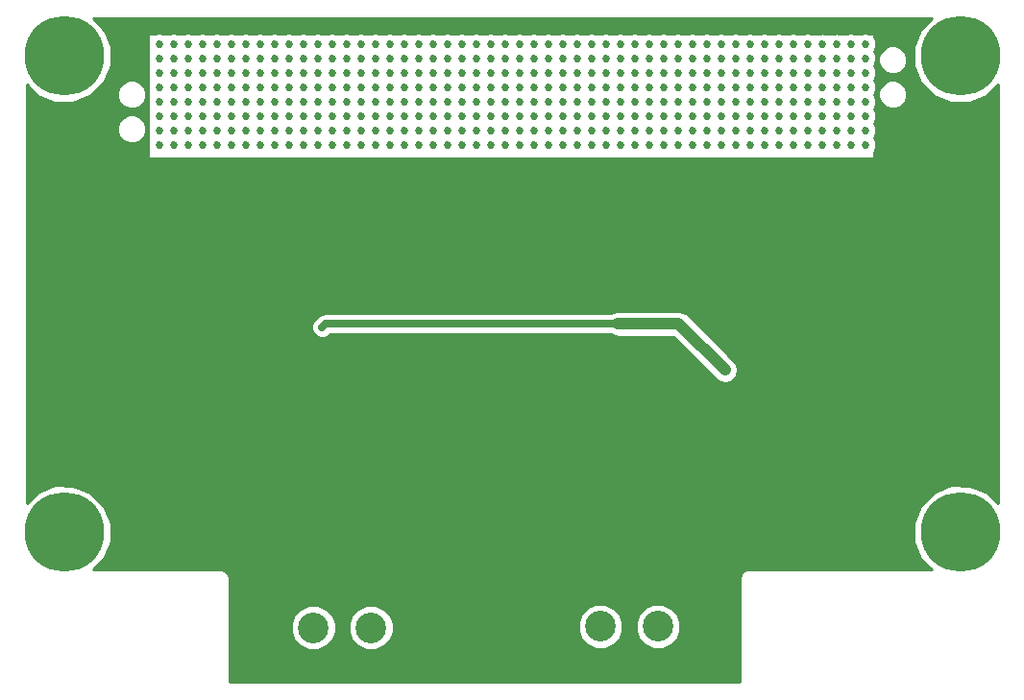
<source format=gbr>
G04 #@! TF.FileFunction,Copper,L2,Bot,Signal*
%FSLAX46Y46*%
G04 Gerber Fmt 4.6, Leading zero omitted, Abs format (unit mm)*
G04 Created by KiCad (PCBNEW 4.0.7) date Sat Jan 13 00:04:00 2018*
%MOMM*%
%LPD*%
G01*
G04 APERTURE LIST*
%ADD10C,0.100000*%
%ADD11C,7.000000*%
%ADD12C,0.640000*%
%ADD13C,2.700000*%
%ADD14C,0.685800*%
%ADD15C,0.635000*%
%ADD16C,1.016000*%
%ADD17C,0.254000*%
G04 APERTURE END LIST*
D10*
D11*
X139500000Y-138600000D03*
X60500000Y-138600000D03*
X139500000Y-96600000D03*
D12*
X68885000Y-104445000D03*
X70155000Y-104445000D03*
X71425000Y-104445000D03*
X72695000Y-104445000D03*
X73965000Y-104445000D03*
X75235000Y-104445000D03*
X76505000Y-104445000D03*
X77775000Y-104445000D03*
X79045000Y-104445000D03*
X80315000Y-104445000D03*
X81585000Y-104445000D03*
X82855000Y-104445000D03*
X84125000Y-104445000D03*
X85395000Y-104445000D03*
X86665000Y-104445000D03*
X87935000Y-104445000D03*
X89205000Y-104445000D03*
X90475000Y-104445000D03*
X91745000Y-104445000D03*
X93015000Y-104445000D03*
X94285000Y-104445000D03*
X95555000Y-104445000D03*
X96825000Y-104445000D03*
X98095000Y-104445000D03*
X99365000Y-104445000D03*
X100635000Y-104445000D03*
X101905000Y-104445000D03*
X103175000Y-104445000D03*
X104445000Y-104445000D03*
X105715000Y-104445000D03*
X106985000Y-104445000D03*
X108255000Y-104445000D03*
X109525000Y-104445000D03*
X110795000Y-104445000D03*
X112065000Y-104445000D03*
X113335000Y-104445000D03*
X114605000Y-104445000D03*
X115875000Y-104445000D03*
X117145000Y-104445000D03*
X118415000Y-104445000D03*
X119685000Y-104445000D03*
X120955000Y-104445000D03*
X122225000Y-104445000D03*
X123495000Y-104445000D03*
X124765000Y-104445000D03*
X126035000Y-104445000D03*
X127305000Y-104445000D03*
X128575000Y-104445000D03*
X129845000Y-104445000D03*
X131115000Y-104445000D03*
X68885000Y-103175000D03*
X70155000Y-103175000D03*
X71425000Y-103175000D03*
X72695000Y-103175000D03*
X73965000Y-103175000D03*
X75235000Y-103175000D03*
X76505000Y-103175000D03*
X77775000Y-103175000D03*
X79045000Y-103175000D03*
X80315000Y-103175000D03*
X81585000Y-103175000D03*
X82855000Y-103175000D03*
X84125000Y-103175000D03*
X85395000Y-103175000D03*
X86665000Y-103175000D03*
X87935000Y-103175000D03*
X89205000Y-103175000D03*
X90475000Y-103175000D03*
X91745000Y-103175000D03*
X93015000Y-103175000D03*
X94285000Y-103175000D03*
X95555000Y-103175000D03*
X96825000Y-103175000D03*
X98095000Y-103175000D03*
X99365000Y-103175000D03*
X100635000Y-103175000D03*
X101905000Y-103175000D03*
X103175000Y-103175000D03*
X104445000Y-103175000D03*
X105715000Y-103175000D03*
X106985000Y-103175000D03*
X108255000Y-103175000D03*
X109525000Y-103175000D03*
X110795000Y-103175000D03*
X112065000Y-103175000D03*
X113335000Y-103175000D03*
X114605000Y-103175000D03*
X115875000Y-103175000D03*
X117145000Y-103175000D03*
X118415000Y-103175000D03*
X119685000Y-103175000D03*
X120955000Y-103175000D03*
X122225000Y-103175000D03*
X123495000Y-103175000D03*
X124765000Y-103175000D03*
X126035000Y-103175000D03*
X127305000Y-103175000D03*
X128575000Y-103175000D03*
X129845000Y-103175000D03*
X131115000Y-103175000D03*
X68885000Y-101905000D03*
X70155000Y-101905000D03*
X71425000Y-101905000D03*
X72695000Y-101905000D03*
X73965000Y-101905000D03*
X75235000Y-101905000D03*
X76505000Y-101905000D03*
X77775000Y-101905000D03*
X79045000Y-101905000D03*
X80315000Y-101905000D03*
X81585000Y-101905000D03*
X82855000Y-101905000D03*
X84125000Y-101905000D03*
X85395000Y-101905000D03*
X86665000Y-101905000D03*
X87935000Y-101905000D03*
X89205000Y-101905000D03*
X90475000Y-101905000D03*
X91745000Y-101905000D03*
X93015000Y-101905000D03*
X94285000Y-101905000D03*
X95555000Y-101905000D03*
X96825000Y-101905000D03*
X98095000Y-101905000D03*
X99365000Y-101905000D03*
X100635000Y-101905000D03*
X101905000Y-101905000D03*
X103175000Y-101905000D03*
X104445000Y-101905000D03*
X105715000Y-101905000D03*
X106985000Y-101905000D03*
X108255000Y-101905000D03*
X109525000Y-101905000D03*
X110795000Y-101905000D03*
X112065000Y-101905000D03*
X113335000Y-101905000D03*
X114605000Y-101905000D03*
X115875000Y-101905000D03*
X117145000Y-101905000D03*
X118415000Y-101905000D03*
X119685000Y-101905000D03*
X120955000Y-101905000D03*
X122225000Y-101905000D03*
X123495000Y-101905000D03*
X124765000Y-101905000D03*
X126035000Y-101905000D03*
X127305000Y-101905000D03*
X128575000Y-101905000D03*
X129845000Y-101905000D03*
X131115000Y-101905000D03*
X68885000Y-100635000D03*
X70155000Y-100635000D03*
X71425000Y-100635000D03*
X72695000Y-100635000D03*
X73965000Y-100635000D03*
X75235000Y-100635000D03*
X76505000Y-100635000D03*
X77775000Y-100635000D03*
X79045000Y-100635000D03*
X80315000Y-100635000D03*
X81585000Y-100635000D03*
X82855000Y-100635000D03*
X84125000Y-100635000D03*
X85395000Y-100635000D03*
X86665000Y-100635000D03*
X87935000Y-100635000D03*
X89205000Y-100635000D03*
X90475000Y-100635000D03*
X91745000Y-100635000D03*
X93015000Y-100635000D03*
X94285000Y-100635000D03*
X95555000Y-100635000D03*
X96825000Y-100635000D03*
X98095000Y-100635000D03*
X99365000Y-100635000D03*
X100635000Y-100635000D03*
X101905000Y-100635000D03*
X103175000Y-100635000D03*
X104445000Y-100635000D03*
X105715000Y-100635000D03*
X106985000Y-100635000D03*
X108255000Y-100635000D03*
X109525000Y-100635000D03*
X110795000Y-100635000D03*
X112065000Y-100635000D03*
X113335000Y-100635000D03*
X114605000Y-100635000D03*
X115875000Y-100635000D03*
X117145000Y-100635000D03*
X118415000Y-100635000D03*
X119685000Y-100635000D03*
X120955000Y-100635000D03*
X122225000Y-100635000D03*
X123495000Y-100635000D03*
X124765000Y-100635000D03*
X126035000Y-100635000D03*
X127305000Y-100635000D03*
X128575000Y-100635000D03*
X129845000Y-100635000D03*
X131115000Y-100635000D03*
X68885000Y-99365000D03*
X70155000Y-99365000D03*
X71425000Y-99365000D03*
X72695000Y-99365000D03*
X73965000Y-99365000D03*
X75235000Y-99365000D03*
X76505000Y-99365000D03*
X77775000Y-99365000D03*
X79045000Y-99365000D03*
X80315000Y-99365000D03*
X81585000Y-99365000D03*
X82855000Y-99365000D03*
X84125000Y-99365000D03*
X85395000Y-99365000D03*
X86665000Y-99365000D03*
X87935000Y-99365000D03*
X89205000Y-99365000D03*
X90475000Y-99365000D03*
X91745000Y-99365000D03*
X93015000Y-99365000D03*
X94285000Y-99365000D03*
X95555000Y-99365000D03*
X96825000Y-99365000D03*
X98095000Y-99365000D03*
X99365000Y-99365000D03*
X100635000Y-99365000D03*
X101905000Y-99365000D03*
X103175000Y-99365000D03*
X104445000Y-99365000D03*
X105715000Y-99365000D03*
X106985000Y-99365000D03*
X108255000Y-99365000D03*
X109525000Y-99365000D03*
X110795000Y-99365000D03*
X112065000Y-99365000D03*
X113335000Y-99365000D03*
X114605000Y-99365000D03*
X115875000Y-99365000D03*
X117145000Y-99365000D03*
X118415000Y-99365000D03*
X119685000Y-99365000D03*
X120955000Y-99365000D03*
X122225000Y-99365000D03*
X123495000Y-99365000D03*
X124765000Y-99365000D03*
X126035000Y-99365000D03*
X127305000Y-99365000D03*
X128575000Y-99365000D03*
X129845000Y-99365000D03*
X131115000Y-99365000D03*
X68885000Y-98095000D03*
X70155000Y-98095000D03*
X71425000Y-98095000D03*
X72695000Y-98095000D03*
X73965000Y-98095000D03*
X75235000Y-98095000D03*
X76505000Y-98095000D03*
X77775000Y-98095000D03*
X79045000Y-98095000D03*
X80315000Y-98095000D03*
X81585000Y-98095000D03*
X82855000Y-98095000D03*
X84125000Y-98095000D03*
X85395000Y-98095000D03*
X86665000Y-98095000D03*
X87935000Y-98095000D03*
X89205000Y-98095000D03*
X90475000Y-98095000D03*
X91745000Y-98095000D03*
X93015000Y-98095000D03*
X94285000Y-98095000D03*
X95555000Y-98095000D03*
X96825000Y-98095000D03*
X98095000Y-98095000D03*
X99365000Y-98095000D03*
X100635000Y-98095000D03*
X101905000Y-98095000D03*
X103175000Y-98095000D03*
X104445000Y-98095000D03*
X105715000Y-98095000D03*
X106985000Y-98095000D03*
X108255000Y-98095000D03*
X109525000Y-98095000D03*
X110795000Y-98095000D03*
X112065000Y-98095000D03*
X113335000Y-98095000D03*
X114605000Y-98095000D03*
X115875000Y-98095000D03*
X117145000Y-98095000D03*
X118415000Y-98095000D03*
X119685000Y-98095000D03*
X120955000Y-98095000D03*
X122225000Y-98095000D03*
X123495000Y-98095000D03*
X124765000Y-98095000D03*
X126035000Y-98095000D03*
X127305000Y-98095000D03*
X128575000Y-98095000D03*
X129845000Y-98095000D03*
X131115000Y-98095000D03*
X68885000Y-96825000D03*
X70155000Y-96825000D03*
X71425000Y-96825000D03*
X72695000Y-96825000D03*
X73965000Y-96825000D03*
X75235000Y-96825000D03*
X76505000Y-96825000D03*
X77775000Y-96825000D03*
X79045000Y-96825000D03*
X80315000Y-96825000D03*
X81585000Y-96825000D03*
X82855000Y-96825000D03*
X84125000Y-96825000D03*
X85395000Y-96825000D03*
X86665000Y-96825000D03*
X87935000Y-96825000D03*
X89205000Y-96825000D03*
X90475000Y-96825000D03*
X91745000Y-96825000D03*
X93015000Y-96825000D03*
X94285000Y-96825000D03*
X95555000Y-96825000D03*
X96825000Y-96825000D03*
X98095000Y-96825000D03*
X99365000Y-96825000D03*
X100635000Y-96825000D03*
X101905000Y-96825000D03*
X103175000Y-96825000D03*
X104445000Y-96825000D03*
X105715000Y-96825000D03*
X106985000Y-96825000D03*
X108255000Y-96825000D03*
X109525000Y-96825000D03*
X110795000Y-96825000D03*
X112065000Y-96825000D03*
X113335000Y-96825000D03*
X114605000Y-96825000D03*
X115875000Y-96825000D03*
X117145000Y-96825000D03*
X118415000Y-96825000D03*
X119685000Y-96825000D03*
X120955000Y-96825000D03*
X122225000Y-96825000D03*
X123495000Y-96825000D03*
X124765000Y-96825000D03*
X126035000Y-96825000D03*
X127305000Y-96825000D03*
X128575000Y-96825000D03*
X129845000Y-96825000D03*
X131115000Y-96825000D03*
X68885000Y-95555000D03*
X70155000Y-95555000D03*
X71425000Y-95555000D03*
X72695000Y-95555000D03*
X73965000Y-95555000D03*
X75235000Y-95555000D03*
X76505000Y-95555000D03*
X77775000Y-95555000D03*
X79045000Y-95555000D03*
X80315000Y-95555000D03*
X81585000Y-95555000D03*
X82855000Y-95555000D03*
X84125000Y-95555000D03*
X85395000Y-95555000D03*
X86665000Y-95555000D03*
X87935000Y-95555000D03*
X89205000Y-95555000D03*
X90475000Y-95555000D03*
X91745000Y-95555000D03*
X93015000Y-95555000D03*
X94285000Y-95555000D03*
X95555000Y-95555000D03*
X96825000Y-95555000D03*
X98095000Y-95555000D03*
X99365000Y-95555000D03*
X100635000Y-95555000D03*
X101905000Y-95555000D03*
X103175000Y-95555000D03*
X104445000Y-95555000D03*
X105715000Y-95555000D03*
X106985000Y-95555000D03*
X108255000Y-95555000D03*
X109525000Y-95555000D03*
X110795000Y-95555000D03*
X112065000Y-95555000D03*
X113335000Y-95555000D03*
X114605000Y-95555000D03*
X115875000Y-95555000D03*
X117145000Y-95555000D03*
X118415000Y-95555000D03*
X119685000Y-95555000D03*
X120955000Y-95555000D03*
X122225000Y-95555000D03*
X123495000Y-95555000D03*
X124765000Y-95555000D03*
X126035000Y-95555000D03*
X127305000Y-95555000D03*
X128575000Y-95555000D03*
X129845000Y-95555000D03*
X131115000Y-95555000D03*
D13*
X87540000Y-147000000D03*
X82460000Y-147000000D03*
X112850000Y-146900000D03*
X107770000Y-146900000D03*
D11*
X60500000Y-96600000D03*
D14*
X68885000Y-95555000D03*
X70155000Y-95555000D03*
X71425000Y-95555000D03*
X72695000Y-95555000D03*
X73965000Y-95555000D03*
X75235000Y-95555000D03*
X76505000Y-95555000D03*
X79045000Y-95555000D03*
X80315000Y-95555000D03*
X82855000Y-95555000D03*
X84125000Y-95555000D03*
X86665000Y-95555000D03*
X87935000Y-95555000D03*
X89205000Y-95555000D03*
X90475000Y-95555000D03*
X91745000Y-95555000D03*
X93015000Y-95555000D03*
X94285000Y-95555000D03*
X95555000Y-95555000D03*
X98095000Y-95555000D03*
X99365000Y-95555000D03*
X100635000Y-95555000D03*
X101905000Y-95555000D03*
X103175000Y-95555000D03*
X104445000Y-95555000D03*
X105715000Y-95555000D03*
X106985000Y-95555000D03*
X108255000Y-95555000D03*
X109525000Y-95555000D03*
X110795000Y-95555000D03*
X112065000Y-95555000D03*
X113335000Y-95555000D03*
X114605000Y-95555000D03*
X115875000Y-95555000D03*
X117145000Y-95555000D03*
X118415000Y-95555000D03*
X119685000Y-95555000D03*
X120955000Y-95555000D03*
X122225000Y-95555000D03*
X123495000Y-95555000D03*
X124765000Y-95555000D03*
X126035000Y-95555000D03*
X68885000Y-96825000D03*
X70155000Y-96825000D03*
X71425000Y-96825000D03*
X73965000Y-96825000D03*
X75235000Y-96825000D03*
X77775000Y-96825000D03*
X79045000Y-96825000D03*
X81585000Y-96825000D03*
X82855000Y-96825000D03*
X85395000Y-96825000D03*
X86665000Y-96825000D03*
X87935000Y-96825000D03*
X89205000Y-96825000D03*
X90475000Y-96825000D03*
X91745000Y-96825000D03*
X94285000Y-96825000D03*
X95555000Y-96825000D03*
X96825000Y-96825000D03*
X98095000Y-96825000D03*
X99365000Y-96825000D03*
X100635000Y-96825000D03*
X101905000Y-96825000D03*
X103175000Y-96825000D03*
X104445000Y-96825000D03*
X105715000Y-96825000D03*
X106985000Y-96825000D03*
X108255000Y-96825000D03*
X109525000Y-96825000D03*
X110795000Y-96825000D03*
X112065000Y-96825000D03*
X113335000Y-96825000D03*
X115875000Y-96825000D03*
X117145000Y-96825000D03*
X118415000Y-96825000D03*
X119685000Y-96825000D03*
X120955000Y-96825000D03*
X122225000Y-96825000D03*
X123495000Y-96825000D03*
X124765000Y-96825000D03*
X126035000Y-96825000D03*
X68885000Y-98095000D03*
X70155000Y-98095000D03*
X71425000Y-98095000D03*
X72695000Y-98095000D03*
X73965000Y-98095000D03*
X76505000Y-98095000D03*
X77775000Y-98095000D03*
X80315000Y-98095000D03*
X81585000Y-98095000D03*
X84125000Y-98095000D03*
X85395000Y-98095000D03*
X87935000Y-98095000D03*
X89205000Y-98095000D03*
X91745000Y-98095000D03*
X93015000Y-98095000D03*
X95555000Y-98095000D03*
X96825000Y-98095000D03*
X99365000Y-98095000D03*
X100635000Y-98095000D03*
X103175000Y-98095000D03*
X104445000Y-98095000D03*
X106985000Y-98095000D03*
X108255000Y-98095000D03*
X110795000Y-98072091D03*
X112065000Y-98095000D03*
X113335000Y-98095000D03*
X114605000Y-98095000D03*
X115875000Y-98095000D03*
X117145000Y-98095000D03*
X118415000Y-98095000D03*
X119685000Y-98095000D03*
X120955000Y-98095000D03*
X122225000Y-98095000D03*
X123495000Y-98095000D03*
X124765000Y-98095000D03*
X126035000Y-98095000D03*
X68885000Y-99365000D03*
X70155000Y-99365000D03*
X71425000Y-99365000D03*
X72695000Y-99365000D03*
X73965000Y-99365000D03*
X75235000Y-99365000D03*
X77775000Y-99365000D03*
X79045000Y-99365000D03*
X81585000Y-99365000D03*
X82855000Y-99365000D03*
X85395000Y-99365000D03*
X86665000Y-99365000D03*
X89205000Y-99365000D03*
X90475000Y-99365000D03*
X93015000Y-99365000D03*
X94285000Y-99365000D03*
X96825000Y-99365000D03*
X98095000Y-99365000D03*
X100635000Y-99365000D03*
X101905000Y-99365000D03*
X104445000Y-99365000D03*
X105715000Y-99365000D03*
X112087909Y-99365000D03*
X113335000Y-99365000D03*
X114605000Y-99365000D03*
X115875000Y-99365000D03*
X117145000Y-99365000D03*
X118415000Y-99365000D03*
X119685000Y-99365000D03*
X120955000Y-99365000D03*
X122225000Y-99365000D03*
X123495000Y-99365000D03*
X124765000Y-99365000D03*
X126035000Y-99365000D03*
X127305000Y-99365000D03*
X128575000Y-99365000D03*
X129845000Y-99365000D03*
X131115000Y-99365000D03*
X68885000Y-100635000D03*
X70155000Y-100635000D03*
X71425000Y-100635000D03*
X72695000Y-100635000D03*
X75235000Y-100635000D03*
X76505000Y-100635000D03*
X79045000Y-100635000D03*
X80315000Y-100635000D03*
X82855000Y-100635000D03*
X84125000Y-100635000D03*
X86665000Y-100635000D03*
X87935000Y-100635000D03*
X90475000Y-100635000D03*
X91745000Y-100635000D03*
X94285000Y-100635000D03*
X95555000Y-100635000D03*
X98095000Y-100635000D03*
X99365000Y-100635000D03*
X101905000Y-100635000D03*
X103175000Y-100635000D03*
X105715000Y-100635000D03*
X106962091Y-100635000D03*
X109525000Y-100635000D03*
X110777690Y-100641837D03*
X112087909Y-100635000D03*
X113335000Y-100635000D03*
X114605000Y-100635000D03*
X115875000Y-100635000D03*
X117145000Y-100635000D03*
X118415000Y-100635000D03*
X119685000Y-100635000D03*
X120955000Y-100635000D03*
X122225000Y-100635000D03*
X123495000Y-100635000D03*
X124765000Y-100635000D03*
X126035000Y-100635000D03*
X127305000Y-100635000D03*
X128575000Y-100635000D03*
X129845000Y-100635000D03*
X131115000Y-100635000D03*
X68885000Y-101905000D03*
X71425000Y-101905000D03*
X72695000Y-101905000D03*
X73965000Y-101905000D03*
X76505000Y-101905000D03*
X77775000Y-101905000D03*
X80315000Y-101905000D03*
X81585000Y-101905000D03*
X84125000Y-101905000D03*
X85395000Y-101905000D03*
X87935000Y-101905000D03*
X89205000Y-101905000D03*
X91745000Y-101905000D03*
X93015000Y-101905000D03*
X95555000Y-101905000D03*
X96825000Y-101905000D03*
X99365000Y-101905000D03*
X100635000Y-101905000D03*
X103175000Y-101905000D03*
X104445000Y-101905000D03*
X106962091Y-101905000D03*
X108272310Y-101905000D03*
X109525000Y-101905000D03*
X110777690Y-101910130D03*
X112087909Y-101905000D03*
X114605000Y-101905000D03*
X115875000Y-101905000D03*
X117145000Y-101905000D03*
X118415000Y-101905000D03*
X120955000Y-101905000D03*
X122225000Y-101905000D03*
X123495000Y-101905000D03*
X124765000Y-101905000D03*
X126035000Y-101905000D03*
X127305000Y-101905000D03*
X128575000Y-101905000D03*
X129845000Y-101905000D03*
X131115000Y-101905000D03*
X70155000Y-103175000D03*
X71425000Y-103175000D03*
X73965000Y-103175000D03*
X75235000Y-103175000D03*
X77775000Y-103175000D03*
X79045000Y-103175000D03*
X81585000Y-103175000D03*
X82855000Y-103175000D03*
X85395000Y-103175000D03*
X86665000Y-103175000D03*
X89205000Y-103175000D03*
X90475000Y-103175000D03*
X93015000Y-103175000D03*
X94285000Y-103175000D03*
X96825000Y-103175000D03*
X98095000Y-103175000D03*
X100635000Y-103175000D03*
X101905000Y-103175000D03*
X104445000Y-103175000D03*
X105715000Y-103175000D03*
X108272310Y-103175000D03*
X109525000Y-103175000D03*
X112087909Y-103175000D03*
X113335000Y-103175000D03*
X114605000Y-103175000D03*
X115875000Y-103175000D03*
X117145000Y-103175000D03*
X118415000Y-103175000D03*
X119685000Y-103175000D03*
X120955000Y-103175000D03*
X122225000Y-103175000D03*
X123495000Y-103175000D03*
X124765000Y-103175000D03*
X126035000Y-103175000D03*
X127305000Y-103175000D03*
X129845000Y-103175000D03*
X131115000Y-103175000D03*
X68885000Y-104445000D03*
X71425000Y-104445000D03*
X72695000Y-104445000D03*
X75235000Y-104445000D03*
X76505000Y-104445000D03*
X79045000Y-104445000D03*
X80315000Y-104445000D03*
X82855000Y-104445000D03*
X84125000Y-104445000D03*
X86665000Y-104445000D03*
X87935000Y-104445000D03*
X90475000Y-104445000D03*
X91745000Y-104445000D03*
X94285000Y-104445000D03*
X95555000Y-104445000D03*
X98095000Y-104445000D03*
X99365000Y-104445000D03*
X101905000Y-104445000D03*
X103175000Y-104445000D03*
X105715000Y-104445000D03*
X106962091Y-104445000D03*
X109525000Y-104445000D03*
X110777690Y-104451732D03*
X112087909Y-104445000D03*
X113335000Y-104445000D03*
X114605000Y-104445000D03*
X115875000Y-104445000D03*
X117145000Y-104445000D03*
X118415000Y-104445000D03*
X119685000Y-104445000D03*
X120955000Y-104445000D03*
X122225000Y-104445000D03*
X123495000Y-104445000D03*
X124765000Y-104445000D03*
X126035000Y-104445000D03*
X127305000Y-104445000D03*
X128575000Y-104445000D03*
X129845000Y-104445000D03*
X131115000Y-104445000D03*
X100850000Y-128050000D03*
X100800000Y-130450000D03*
X136646240Y-120185180D03*
X129700000Y-125450000D03*
X127305000Y-96825000D03*
X128575000Y-96825000D03*
X127305000Y-95555000D03*
X128575000Y-95555000D03*
X127305000Y-98095000D03*
X128575000Y-98095000D03*
X83250000Y-120500000D03*
X109300000Y-120200000D03*
X118750000Y-124300000D03*
X108255000Y-99365000D03*
X109525000Y-99365000D03*
X129845000Y-96825000D03*
X131115000Y-96825000D03*
X129845000Y-98095000D03*
X131115000Y-98095000D03*
X129845000Y-95555000D03*
X131115000Y-95555000D03*
X109525000Y-98095000D03*
X110777690Y-99365424D03*
X77775000Y-95555000D03*
X81585000Y-95555000D03*
X85395000Y-95555000D03*
X96825000Y-95555000D03*
X72695000Y-96825000D03*
X76505000Y-96825000D03*
X80315000Y-96825000D03*
X84125000Y-96825000D03*
X93015000Y-96825000D03*
X114605000Y-96825000D03*
X75235000Y-98095000D03*
X79045000Y-98095000D03*
X82855000Y-98095000D03*
X86665000Y-98095000D03*
X90475000Y-98095000D03*
X94285000Y-98095000D03*
X98095000Y-98095000D03*
X101905000Y-98095000D03*
X105715000Y-98095000D03*
X76505000Y-99365000D03*
X80315000Y-99365000D03*
X84125000Y-99365000D03*
X87935000Y-99365000D03*
X91745000Y-99365000D03*
X95555000Y-99365000D03*
X99365000Y-99365000D03*
X103175000Y-99365000D03*
X106985000Y-99365000D03*
X73965000Y-100635000D03*
X77775000Y-100635000D03*
X81585000Y-100635000D03*
X85395000Y-100635000D03*
X89205000Y-100635000D03*
X93015000Y-100635000D03*
X96825000Y-100635000D03*
X100635000Y-100635000D03*
X104445000Y-100635000D03*
X108232091Y-100635000D03*
X70155000Y-101905000D03*
X75235000Y-101905000D03*
X79045000Y-101905000D03*
X82855000Y-101905000D03*
X86665000Y-101905000D03*
X90475000Y-101905000D03*
X94285000Y-101905000D03*
X98095000Y-101905000D03*
X101905000Y-101905000D03*
X105715000Y-101905000D03*
X113335000Y-101905000D03*
X119685000Y-101905000D03*
X68885000Y-103175000D03*
X72695000Y-103175000D03*
X76505000Y-103175000D03*
X80315000Y-103175000D03*
X84125000Y-103175000D03*
X87935000Y-103175000D03*
X91745000Y-103175000D03*
X95555000Y-103175000D03*
X99365000Y-103175000D03*
X103175000Y-103175000D03*
X106962091Y-103175000D03*
X110777690Y-103179042D03*
X128575000Y-103175000D03*
X70155000Y-104445000D03*
X73965000Y-104445000D03*
X77775000Y-104445000D03*
X81585000Y-104445000D03*
X85395000Y-104445000D03*
X89205000Y-104445000D03*
X93015000Y-104445000D03*
X96825000Y-104445000D03*
X100635000Y-104445000D03*
X104445000Y-104445000D03*
X108272310Y-104445000D03*
D15*
X100800000Y-130450000D02*
X100800000Y-128100000D01*
X100800000Y-128100000D02*
X100850000Y-128050000D01*
D16*
X129700000Y-125450000D02*
X131381420Y-125450000D01*
X131381420Y-125450000D02*
X136646240Y-120185180D01*
D15*
X109300000Y-120200000D02*
X83550000Y-120200000D01*
X83550000Y-120200000D02*
X83250000Y-120500000D01*
D16*
X118750000Y-124300000D02*
X114650000Y-120200000D01*
X114650000Y-120200000D02*
X109300000Y-120200000D01*
D17*
G36*
X135996562Y-94254653D02*
X135365720Y-95773889D01*
X135364284Y-97418894D01*
X135992474Y-98939229D01*
X137154653Y-100103438D01*
X138673889Y-100734280D01*
X140318894Y-100735716D01*
X141839229Y-100107526D01*
X142790000Y-99158413D01*
X142790000Y-136042865D01*
X141845347Y-135096562D01*
X140326111Y-134465720D01*
X138681106Y-134464284D01*
X137160771Y-135092474D01*
X135996562Y-136254653D01*
X135365720Y-137773889D01*
X135364284Y-139418894D01*
X135992474Y-140939229D01*
X136941587Y-141890000D01*
X120750000Y-141890000D01*
X120478295Y-141944046D01*
X120247954Y-142097954D01*
X120094046Y-142328295D01*
X120040000Y-142600000D01*
X120040000Y-151790000D01*
X75060000Y-151790000D01*
X75060000Y-147393109D01*
X80474657Y-147393109D01*
X80776218Y-148122943D01*
X81334120Y-148681819D01*
X82063427Y-148984654D01*
X82853109Y-148985343D01*
X83582943Y-148683782D01*
X84141819Y-148125880D01*
X84444654Y-147396573D01*
X84444657Y-147393109D01*
X85554657Y-147393109D01*
X85856218Y-148122943D01*
X86414120Y-148681819D01*
X87143427Y-148984654D01*
X87933109Y-148985343D01*
X88662943Y-148683782D01*
X89221819Y-148125880D01*
X89524654Y-147396573D01*
X89524744Y-147293109D01*
X105784657Y-147293109D01*
X106086218Y-148022943D01*
X106644120Y-148581819D01*
X107373427Y-148884654D01*
X108163109Y-148885343D01*
X108892943Y-148583782D01*
X109451819Y-148025880D01*
X109754654Y-147296573D01*
X109754657Y-147293109D01*
X110864657Y-147293109D01*
X111166218Y-148022943D01*
X111724120Y-148581819D01*
X112453427Y-148884654D01*
X113243109Y-148885343D01*
X113972943Y-148583782D01*
X114531819Y-148025880D01*
X114834654Y-147296573D01*
X114835343Y-146506891D01*
X114533782Y-145777057D01*
X113975880Y-145218181D01*
X113246573Y-144915346D01*
X112456891Y-144914657D01*
X111727057Y-145216218D01*
X111168181Y-145774120D01*
X110865346Y-146503427D01*
X110864657Y-147293109D01*
X109754657Y-147293109D01*
X109755343Y-146506891D01*
X109453782Y-145777057D01*
X108895880Y-145218181D01*
X108166573Y-144915346D01*
X107376891Y-144914657D01*
X106647057Y-145216218D01*
X106088181Y-145774120D01*
X105785346Y-146503427D01*
X105784657Y-147293109D01*
X89524744Y-147293109D01*
X89525343Y-146606891D01*
X89223782Y-145877057D01*
X88665880Y-145318181D01*
X87936573Y-145015346D01*
X87146891Y-145014657D01*
X86417057Y-145316218D01*
X85858181Y-145874120D01*
X85555346Y-146603427D01*
X85554657Y-147393109D01*
X84444657Y-147393109D01*
X84445343Y-146606891D01*
X84143782Y-145877057D01*
X83585880Y-145318181D01*
X82856573Y-145015346D01*
X82066891Y-145014657D01*
X81337057Y-145316218D01*
X80778181Y-145874120D01*
X80475346Y-146603427D01*
X80474657Y-147393109D01*
X75060000Y-147393109D01*
X75060000Y-142600000D01*
X75005954Y-142328295D01*
X74852046Y-142097954D01*
X74621705Y-141944046D01*
X74350000Y-141890000D01*
X63057135Y-141890000D01*
X64003438Y-140945347D01*
X64634280Y-139426111D01*
X64635716Y-137781106D01*
X64007526Y-136260771D01*
X62845347Y-135096562D01*
X61326111Y-134465720D01*
X59681106Y-134464284D01*
X58160771Y-135092474D01*
X57210000Y-136041587D01*
X57210000Y-120693663D01*
X82271931Y-120693663D01*
X82420493Y-121053212D01*
X82695341Y-121328540D01*
X83054630Y-121477730D01*
X83443663Y-121478069D01*
X83803212Y-121329507D01*
X83980528Y-121152500D01*
X108707703Y-121152500D01*
X108862593Y-121255994D01*
X109300000Y-121343000D01*
X114176554Y-121343000D01*
X117941777Y-125108223D01*
X118312593Y-125355994D01*
X118750000Y-125443000D01*
X119187407Y-125355994D01*
X119558223Y-125108223D01*
X119805994Y-124737407D01*
X119893000Y-124300000D01*
X119805994Y-123862593D01*
X119558223Y-123491777D01*
X115458223Y-119391777D01*
X115087407Y-119144006D01*
X114650000Y-119057000D01*
X109300000Y-119057000D01*
X108862593Y-119144006D01*
X108707703Y-119247500D01*
X83550000Y-119247500D01*
X83185494Y-119320005D01*
X82876481Y-119526481D01*
X82757593Y-119645369D01*
X82696788Y-119670493D01*
X82421460Y-119945341D01*
X82272270Y-120304630D01*
X82271931Y-120693663D01*
X57210000Y-120693663D01*
X57210000Y-103301510D01*
X65188780Y-103301510D01*
X65381718Y-103768458D01*
X65738663Y-104126026D01*
X66205273Y-104319779D01*
X66710510Y-104320220D01*
X67177458Y-104127282D01*
X67535026Y-103770337D01*
X67728779Y-103303727D01*
X67729220Y-102798490D01*
X67536282Y-102331542D01*
X67179337Y-101973974D01*
X66712727Y-101780221D01*
X66207490Y-101779780D01*
X65740542Y-101972718D01*
X65382974Y-102329663D01*
X65189221Y-102796273D01*
X65188780Y-103301510D01*
X57210000Y-103301510D01*
X57210000Y-99157135D01*
X58154653Y-100103438D01*
X59673889Y-100734280D01*
X61318894Y-100735716D01*
X62490761Y-100251510D01*
X65188780Y-100251510D01*
X65381718Y-100718458D01*
X65738663Y-101076026D01*
X66205273Y-101269779D01*
X66710510Y-101270220D01*
X67177458Y-101077282D01*
X67535026Y-100720337D01*
X67728779Y-100253727D01*
X67729220Y-99748490D01*
X67536282Y-99281542D01*
X67179337Y-98923974D01*
X66712727Y-98730221D01*
X66207490Y-98729780D01*
X65740542Y-98922718D01*
X65382974Y-99279663D01*
X65189221Y-99746273D01*
X65188780Y-100251510D01*
X62490761Y-100251510D01*
X62839229Y-100107526D01*
X64003438Y-98945347D01*
X64634280Y-97426111D01*
X64635716Y-95781106D01*
X64209672Y-94750000D01*
X67873000Y-94750000D01*
X67873000Y-105500000D01*
X67881685Y-105546159D01*
X67908965Y-105588553D01*
X67950590Y-105616994D01*
X68000000Y-105627000D01*
X131750000Y-105627000D01*
X131796159Y-105618315D01*
X131838553Y-105591035D01*
X131866994Y-105549410D01*
X131877000Y-105500000D01*
X131877000Y-105066083D01*
X131943540Y-104999659D01*
X132092730Y-104640370D01*
X132093069Y-104251337D01*
X131944507Y-103891788D01*
X131877000Y-103824163D01*
X131877000Y-103796083D01*
X131943540Y-103729659D01*
X132092730Y-103370370D01*
X132093069Y-102981337D01*
X131944507Y-102621788D01*
X131877000Y-102554163D01*
X131877000Y-102526083D01*
X131943540Y-102459659D01*
X132092730Y-102100370D01*
X132093069Y-101711337D01*
X131944507Y-101351788D01*
X131877000Y-101284163D01*
X131877000Y-101256083D01*
X131943540Y-101189659D01*
X132092730Y-100830370D01*
X132093069Y-100441337D01*
X132014635Y-100251510D01*
X132268780Y-100251510D01*
X132461718Y-100718458D01*
X132818663Y-101076026D01*
X133285273Y-101269779D01*
X133790510Y-101270220D01*
X134257458Y-101077282D01*
X134615026Y-100720337D01*
X134808779Y-100253727D01*
X134809220Y-99748490D01*
X134616282Y-99281542D01*
X134259337Y-98923974D01*
X133792727Y-98730221D01*
X133287490Y-98729780D01*
X132820542Y-98922718D01*
X132462974Y-99279663D01*
X132269221Y-99746273D01*
X132268780Y-100251510D01*
X132014635Y-100251510D01*
X131944507Y-100081788D01*
X131877000Y-100014163D01*
X131877000Y-99986083D01*
X131943540Y-99919659D01*
X132092730Y-99560370D01*
X132093069Y-99171337D01*
X131944507Y-98811788D01*
X131877000Y-98744163D01*
X131877000Y-98716083D01*
X131943540Y-98649659D01*
X132092730Y-98290370D01*
X132093069Y-97901337D01*
X131944507Y-97541788D01*
X131877000Y-97474163D01*
X131877000Y-97446083D01*
X131943540Y-97379659D01*
X132017514Y-97201510D01*
X132268780Y-97201510D01*
X132461718Y-97668458D01*
X132818663Y-98026026D01*
X133285273Y-98219779D01*
X133790510Y-98220220D01*
X134257458Y-98027282D01*
X134615026Y-97670337D01*
X134808779Y-97203727D01*
X134809220Y-96698490D01*
X134616282Y-96231542D01*
X134259337Y-95873974D01*
X133792727Y-95680221D01*
X133287490Y-95679780D01*
X132820542Y-95872718D01*
X132462974Y-96229663D01*
X132269221Y-96696273D01*
X132268780Y-97201510D01*
X132017514Y-97201510D01*
X132092730Y-97020370D01*
X132093069Y-96631337D01*
X131944507Y-96271788D01*
X131877000Y-96204163D01*
X131877000Y-96176083D01*
X131943540Y-96109659D01*
X132092730Y-95750370D01*
X132093069Y-95361337D01*
X131944507Y-95001788D01*
X131877000Y-94934163D01*
X131877000Y-94750000D01*
X131868315Y-94703841D01*
X131841035Y-94661447D01*
X131799410Y-94633006D01*
X131750000Y-94623000D01*
X131420500Y-94623000D01*
X131310370Y-94577270D01*
X130921337Y-94576931D01*
X130809841Y-94623000D01*
X130150500Y-94623000D01*
X130040370Y-94577270D01*
X129651337Y-94576931D01*
X129539841Y-94623000D01*
X128793949Y-94623000D01*
X128676875Y-94586635D01*
X128298542Y-94621362D01*
X128294587Y-94623000D01*
X127523949Y-94623000D01*
X127406875Y-94586635D01*
X127028542Y-94621362D01*
X127024587Y-94623000D01*
X126340500Y-94623000D01*
X126230370Y-94577270D01*
X125841337Y-94576931D01*
X125729841Y-94623000D01*
X125070500Y-94623000D01*
X124960370Y-94577270D01*
X124571337Y-94576931D01*
X124459841Y-94623000D01*
X123800500Y-94623000D01*
X123690370Y-94577270D01*
X123301337Y-94576931D01*
X123189841Y-94623000D01*
X122530500Y-94623000D01*
X122420370Y-94577270D01*
X122031337Y-94576931D01*
X121919841Y-94623000D01*
X121260500Y-94623000D01*
X121150370Y-94577270D01*
X120761337Y-94576931D01*
X120649841Y-94623000D01*
X119990500Y-94623000D01*
X119880370Y-94577270D01*
X119491337Y-94576931D01*
X119379841Y-94623000D01*
X118720500Y-94623000D01*
X118610370Y-94577270D01*
X118221337Y-94576931D01*
X118109841Y-94623000D01*
X117450500Y-94623000D01*
X117340370Y-94577270D01*
X116951337Y-94576931D01*
X116839841Y-94623000D01*
X116180500Y-94623000D01*
X116070370Y-94577270D01*
X115681337Y-94576931D01*
X115569841Y-94623000D01*
X114910500Y-94623000D01*
X114800370Y-94577270D01*
X114411337Y-94576931D01*
X114299841Y-94623000D01*
X113640500Y-94623000D01*
X113530370Y-94577270D01*
X113141337Y-94576931D01*
X113029841Y-94623000D01*
X112370500Y-94623000D01*
X112260370Y-94577270D01*
X111871337Y-94576931D01*
X111759841Y-94623000D01*
X111100500Y-94623000D01*
X110990370Y-94577270D01*
X110601337Y-94576931D01*
X110489841Y-94623000D01*
X109830500Y-94623000D01*
X109720370Y-94577270D01*
X109331337Y-94576931D01*
X109219841Y-94623000D01*
X108560500Y-94623000D01*
X108450370Y-94577270D01*
X108061337Y-94576931D01*
X107949841Y-94623000D01*
X107290500Y-94623000D01*
X107180370Y-94577270D01*
X106791337Y-94576931D01*
X106679841Y-94623000D01*
X106020500Y-94623000D01*
X105910370Y-94577270D01*
X105521337Y-94576931D01*
X105409841Y-94623000D01*
X104750500Y-94623000D01*
X104640370Y-94577270D01*
X104251337Y-94576931D01*
X104139841Y-94623000D01*
X103480500Y-94623000D01*
X103370370Y-94577270D01*
X102981337Y-94576931D01*
X102869841Y-94623000D01*
X102210500Y-94623000D01*
X102100370Y-94577270D01*
X101711337Y-94576931D01*
X101599841Y-94623000D01*
X100940500Y-94623000D01*
X100830370Y-94577270D01*
X100441337Y-94576931D01*
X100329841Y-94623000D01*
X99670500Y-94623000D01*
X99560370Y-94577270D01*
X99171337Y-94576931D01*
X99059841Y-94623000D01*
X98400500Y-94623000D01*
X98290370Y-94577270D01*
X97901337Y-94576931D01*
X97789841Y-94623000D01*
X97130500Y-94623000D01*
X97020370Y-94577270D01*
X96631337Y-94576931D01*
X96519841Y-94623000D01*
X95860500Y-94623000D01*
X95750370Y-94577270D01*
X95361337Y-94576931D01*
X95249841Y-94623000D01*
X94590500Y-94623000D01*
X94480370Y-94577270D01*
X94091337Y-94576931D01*
X93979841Y-94623000D01*
X93320500Y-94623000D01*
X93210370Y-94577270D01*
X92821337Y-94576931D01*
X92709841Y-94623000D01*
X92050500Y-94623000D01*
X91940370Y-94577270D01*
X91551337Y-94576931D01*
X91439841Y-94623000D01*
X90780500Y-94623000D01*
X90670370Y-94577270D01*
X90281337Y-94576931D01*
X90169841Y-94623000D01*
X89510500Y-94623000D01*
X89400370Y-94577270D01*
X89011337Y-94576931D01*
X88899841Y-94623000D01*
X88240500Y-94623000D01*
X88130370Y-94577270D01*
X87741337Y-94576931D01*
X87629841Y-94623000D01*
X86970500Y-94623000D01*
X86860370Y-94577270D01*
X86471337Y-94576931D01*
X86359841Y-94623000D01*
X85700500Y-94623000D01*
X85590370Y-94577270D01*
X85201337Y-94576931D01*
X85089841Y-94623000D01*
X84430500Y-94623000D01*
X84320370Y-94577270D01*
X83931337Y-94576931D01*
X83819841Y-94623000D01*
X83160500Y-94623000D01*
X83050370Y-94577270D01*
X82661337Y-94576931D01*
X82549841Y-94623000D01*
X81890500Y-94623000D01*
X81780370Y-94577270D01*
X81391337Y-94576931D01*
X81279841Y-94623000D01*
X80620500Y-94623000D01*
X80510370Y-94577270D01*
X80121337Y-94576931D01*
X80009841Y-94623000D01*
X79350500Y-94623000D01*
X79240370Y-94577270D01*
X78851337Y-94576931D01*
X78739841Y-94623000D01*
X78080500Y-94623000D01*
X77970370Y-94577270D01*
X77581337Y-94576931D01*
X77469841Y-94623000D01*
X76810500Y-94623000D01*
X76700370Y-94577270D01*
X76311337Y-94576931D01*
X76199841Y-94623000D01*
X75540500Y-94623000D01*
X75430370Y-94577270D01*
X75041337Y-94576931D01*
X74929841Y-94623000D01*
X74270500Y-94623000D01*
X74160370Y-94577270D01*
X73771337Y-94576931D01*
X73659841Y-94623000D01*
X73000500Y-94623000D01*
X72890370Y-94577270D01*
X72501337Y-94576931D01*
X72389841Y-94623000D01*
X71730500Y-94623000D01*
X71620370Y-94577270D01*
X71231337Y-94576931D01*
X71119841Y-94623000D01*
X70460500Y-94623000D01*
X70350370Y-94577270D01*
X69961337Y-94576931D01*
X69849841Y-94623000D01*
X69190500Y-94623000D01*
X69080370Y-94577270D01*
X68691337Y-94576931D01*
X68579841Y-94623000D01*
X68000000Y-94623000D01*
X67953841Y-94631685D01*
X67911447Y-94658965D01*
X67883006Y-94700590D01*
X67873000Y-94750000D01*
X64209672Y-94750000D01*
X64007526Y-94260771D01*
X63059191Y-93310780D01*
X136942084Y-93310780D01*
X135996562Y-94254653D01*
X135996562Y-94254653D01*
G37*
X135996562Y-94254653D02*
X135365720Y-95773889D01*
X135364284Y-97418894D01*
X135992474Y-98939229D01*
X137154653Y-100103438D01*
X138673889Y-100734280D01*
X140318894Y-100735716D01*
X141839229Y-100107526D01*
X142790000Y-99158413D01*
X142790000Y-136042865D01*
X141845347Y-135096562D01*
X140326111Y-134465720D01*
X138681106Y-134464284D01*
X137160771Y-135092474D01*
X135996562Y-136254653D01*
X135365720Y-137773889D01*
X135364284Y-139418894D01*
X135992474Y-140939229D01*
X136941587Y-141890000D01*
X120750000Y-141890000D01*
X120478295Y-141944046D01*
X120247954Y-142097954D01*
X120094046Y-142328295D01*
X120040000Y-142600000D01*
X120040000Y-151790000D01*
X75060000Y-151790000D01*
X75060000Y-147393109D01*
X80474657Y-147393109D01*
X80776218Y-148122943D01*
X81334120Y-148681819D01*
X82063427Y-148984654D01*
X82853109Y-148985343D01*
X83582943Y-148683782D01*
X84141819Y-148125880D01*
X84444654Y-147396573D01*
X84444657Y-147393109D01*
X85554657Y-147393109D01*
X85856218Y-148122943D01*
X86414120Y-148681819D01*
X87143427Y-148984654D01*
X87933109Y-148985343D01*
X88662943Y-148683782D01*
X89221819Y-148125880D01*
X89524654Y-147396573D01*
X89524744Y-147293109D01*
X105784657Y-147293109D01*
X106086218Y-148022943D01*
X106644120Y-148581819D01*
X107373427Y-148884654D01*
X108163109Y-148885343D01*
X108892943Y-148583782D01*
X109451819Y-148025880D01*
X109754654Y-147296573D01*
X109754657Y-147293109D01*
X110864657Y-147293109D01*
X111166218Y-148022943D01*
X111724120Y-148581819D01*
X112453427Y-148884654D01*
X113243109Y-148885343D01*
X113972943Y-148583782D01*
X114531819Y-148025880D01*
X114834654Y-147296573D01*
X114835343Y-146506891D01*
X114533782Y-145777057D01*
X113975880Y-145218181D01*
X113246573Y-144915346D01*
X112456891Y-144914657D01*
X111727057Y-145216218D01*
X111168181Y-145774120D01*
X110865346Y-146503427D01*
X110864657Y-147293109D01*
X109754657Y-147293109D01*
X109755343Y-146506891D01*
X109453782Y-145777057D01*
X108895880Y-145218181D01*
X108166573Y-144915346D01*
X107376891Y-144914657D01*
X106647057Y-145216218D01*
X106088181Y-145774120D01*
X105785346Y-146503427D01*
X105784657Y-147293109D01*
X89524744Y-147293109D01*
X89525343Y-146606891D01*
X89223782Y-145877057D01*
X88665880Y-145318181D01*
X87936573Y-145015346D01*
X87146891Y-145014657D01*
X86417057Y-145316218D01*
X85858181Y-145874120D01*
X85555346Y-146603427D01*
X85554657Y-147393109D01*
X84444657Y-147393109D01*
X84445343Y-146606891D01*
X84143782Y-145877057D01*
X83585880Y-145318181D01*
X82856573Y-145015346D01*
X82066891Y-145014657D01*
X81337057Y-145316218D01*
X80778181Y-145874120D01*
X80475346Y-146603427D01*
X80474657Y-147393109D01*
X75060000Y-147393109D01*
X75060000Y-142600000D01*
X75005954Y-142328295D01*
X74852046Y-142097954D01*
X74621705Y-141944046D01*
X74350000Y-141890000D01*
X63057135Y-141890000D01*
X64003438Y-140945347D01*
X64634280Y-139426111D01*
X64635716Y-137781106D01*
X64007526Y-136260771D01*
X62845347Y-135096562D01*
X61326111Y-134465720D01*
X59681106Y-134464284D01*
X58160771Y-135092474D01*
X57210000Y-136041587D01*
X57210000Y-120693663D01*
X82271931Y-120693663D01*
X82420493Y-121053212D01*
X82695341Y-121328540D01*
X83054630Y-121477730D01*
X83443663Y-121478069D01*
X83803212Y-121329507D01*
X83980528Y-121152500D01*
X108707703Y-121152500D01*
X108862593Y-121255994D01*
X109300000Y-121343000D01*
X114176554Y-121343000D01*
X117941777Y-125108223D01*
X118312593Y-125355994D01*
X118750000Y-125443000D01*
X119187407Y-125355994D01*
X119558223Y-125108223D01*
X119805994Y-124737407D01*
X119893000Y-124300000D01*
X119805994Y-123862593D01*
X119558223Y-123491777D01*
X115458223Y-119391777D01*
X115087407Y-119144006D01*
X114650000Y-119057000D01*
X109300000Y-119057000D01*
X108862593Y-119144006D01*
X108707703Y-119247500D01*
X83550000Y-119247500D01*
X83185494Y-119320005D01*
X82876481Y-119526481D01*
X82757593Y-119645369D01*
X82696788Y-119670493D01*
X82421460Y-119945341D01*
X82272270Y-120304630D01*
X82271931Y-120693663D01*
X57210000Y-120693663D01*
X57210000Y-103301510D01*
X65188780Y-103301510D01*
X65381718Y-103768458D01*
X65738663Y-104126026D01*
X66205273Y-104319779D01*
X66710510Y-104320220D01*
X67177458Y-104127282D01*
X67535026Y-103770337D01*
X67728779Y-103303727D01*
X67729220Y-102798490D01*
X67536282Y-102331542D01*
X67179337Y-101973974D01*
X66712727Y-101780221D01*
X66207490Y-101779780D01*
X65740542Y-101972718D01*
X65382974Y-102329663D01*
X65189221Y-102796273D01*
X65188780Y-103301510D01*
X57210000Y-103301510D01*
X57210000Y-99157135D01*
X58154653Y-100103438D01*
X59673889Y-100734280D01*
X61318894Y-100735716D01*
X62490761Y-100251510D01*
X65188780Y-100251510D01*
X65381718Y-100718458D01*
X65738663Y-101076026D01*
X66205273Y-101269779D01*
X66710510Y-101270220D01*
X67177458Y-101077282D01*
X67535026Y-100720337D01*
X67728779Y-100253727D01*
X67729220Y-99748490D01*
X67536282Y-99281542D01*
X67179337Y-98923974D01*
X66712727Y-98730221D01*
X66207490Y-98729780D01*
X65740542Y-98922718D01*
X65382974Y-99279663D01*
X65189221Y-99746273D01*
X65188780Y-100251510D01*
X62490761Y-100251510D01*
X62839229Y-100107526D01*
X64003438Y-98945347D01*
X64634280Y-97426111D01*
X64635716Y-95781106D01*
X64209672Y-94750000D01*
X67873000Y-94750000D01*
X67873000Y-105500000D01*
X67881685Y-105546159D01*
X67908965Y-105588553D01*
X67950590Y-105616994D01*
X68000000Y-105627000D01*
X131750000Y-105627000D01*
X131796159Y-105618315D01*
X131838553Y-105591035D01*
X131866994Y-105549410D01*
X131877000Y-105500000D01*
X131877000Y-105066083D01*
X131943540Y-104999659D01*
X132092730Y-104640370D01*
X132093069Y-104251337D01*
X131944507Y-103891788D01*
X131877000Y-103824163D01*
X131877000Y-103796083D01*
X131943540Y-103729659D01*
X132092730Y-103370370D01*
X132093069Y-102981337D01*
X131944507Y-102621788D01*
X131877000Y-102554163D01*
X131877000Y-102526083D01*
X131943540Y-102459659D01*
X132092730Y-102100370D01*
X132093069Y-101711337D01*
X131944507Y-101351788D01*
X131877000Y-101284163D01*
X131877000Y-101256083D01*
X131943540Y-101189659D01*
X132092730Y-100830370D01*
X132093069Y-100441337D01*
X132014635Y-100251510D01*
X132268780Y-100251510D01*
X132461718Y-100718458D01*
X132818663Y-101076026D01*
X133285273Y-101269779D01*
X133790510Y-101270220D01*
X134257458Y-101077282D01*
X134615026Y-100720337D01*
X134808779Y-100253727D01*
X134809220Y-99748490D01*
X134616282Y-99281542D01*
X134259337Y-98923974D01*
X133792727Y-98730221D01*
X133287490Y-98729780D01*
X132820542Y-98922718D01*
X132462974Y-99279663D01*
X132269221Y-99746273D01*
X132268780Y-100251510D01*
X132014635Y-100251510D01*
X131944507Y-100081788D01*
X131877000Y-100014163D01*
X131877000Y-99986083D01*
X131943540Y-99919659D01*
X132092730Y-99560370D01*
X132093069Y-99171337D01*
X131944507Y-98811788D01*
X131877000Y-98744163D01*
X131877000Y-98716083D01*
X131943540Y-98649659D01*
X132092730Y-98290370D01*
X132093069Y-97901337D01*
X131944507Y-97541788D01*
X131877000Y-97474163D01*
X131877000Y-97446083D01*
X131943540Y-97379659D01*
X132017514Y-97201510D01*
X132268780Y-97201510D01*
X132461718Y-97668458D01*
X132818663Y-98026026D01*
X133285273Y-98219779D01*
X133790510Y-98220220D01*
X134257458Y-98027282D01*
X134615026Y-97670337D01*
X134808779Y-97203727D01*
X134809220Y-96698490D01*
X134616282Y-96231542D01*
X134259337Y-95873974D01*
X133792727Y-95680221D01*
X133287490Y-95679780D01*
X132820542Y-95872718D01*
X132462974Y-96229663D01*
X132269221Y-96696273D01*
X132268780Y-97201510D01*
X132017514Y-97201510D01*
X132092730Y-97020370D01*
X132093069Y-96631337D01*
X131944507Y-96271788D01*
X131877000Y-96204163D01*
X131877000Y-96176083D01*
X131943540Y-96109659D01*
X132092730Y-95750370D01*
X132093069Y-95361337D01*
X131944507Y-95001788D01*
X131877000Y-94934163D01*
X131877000Y-94750000D01*
X131868315Y-94703841D01*
X131841035Y-94661447D01*
X131799410Y-94633006D01*
X131750000Y-94623000D01*
X131420500Y-94623000D01*
X131310370Y-94577270D01*
X130921337Y-94576931D01*
X130809841Y-94623000D01*
X130150500Y-94623000D01*
X130040370Y-94577270D01*
X129651337Y-94576931D01*
X129539841Y-94623000D01*
X128793949Y-94623000D01*
X128676875Y-94586635D01*
X128298542Y-94621362D01*
X128294587Y-94623000D01*
X127523949Y-94623000D01*
X127406875Y-94586635D01*
X127028542Y-94621362D01*
X127024587Y-94623000D01*
X126340500Y-94623000D01*
X126230370Y-94577270D01*
X125841337Y-94576931D01*
X125729841Y-94623000D01*
X125070500Y-94623000D01*
X124960370Y-94577270D01*
X124571337Y-94576931D01*
X124459841Y-94623000D01*
X123800500Y-94623000D01*
X123690370Y-94577270D01*
X123301337Y-94576931D01*
X123189841Y-94623000D01*
X122530500Y-94623000D01*
X122420370Y-94577270D01*
X122031337Y-94576931D01*
X121919841Y-94623000D01*
X121260500Y-94623000D01*
X121150370Y-94577270D01*
X120761337Y-94576931D01*
X120649841Y-94623000D01*
X119990500Y-94623000D01*
X119880370Y-94577270D01*
X119491337Y-94576931D01*
X119379841Y-94623000D01*
X118720500Y-94623000D01*
X118610370Y-94577270D01*
X118221337Y-94576931D01*
X118109841Y-94623000D01*
X117450500Y-94623000D01*
X117340370Y-94577270D01*
X116951337Y-94576931D01*
X116839841Y-94623000D01*
X116180500Y-94623000D01*
X116070370Y-94577270D01*
X115681337Y-94576931D01*
X115569841Y-94623000D01*
X114910500Y-94623000D01*
X114800370Y-94577270D01*
X114411337Y-94576931D01*
X114299841Y-94623000D01*
X113640500Y-94623000D01*
X113530370Y-94577270D01*
X113141337Y-94576931D01*
X113029841Y-94623000D01*
X112370500Y-94623000D01*
X112260370Y-94577270D01*
X111871337Y-94576931D01*
X111759841Y-94623000D01*
X111100500Y-94623000D01*
X110990370Y-94577270D01*
X110601337Y-94576931D01*
X110489841Y-94623000D01*
X109830500Y-94623000D01*
X109720370Y-94577270D01*
X109331337Y-94576931D01*
X109219841Y-94623000D01*
X108560500Y-94623000D01*
X108450370Y-94577270D01*
X108061337Y-94576931D01*
X107949841Y-94623000D01*
X107290500Y-94623000D01*
X107180370Y-94577270D01*
X106791337Y-94576931D01*
X106679841Y-94623000D01*
X106020500Y-94623000D01*
X105910370Y-94577270D01*
X105521337Y-94576931D01*
X105409841Y-94623000D01*
X104750500Y-94623000D01*
X104640370Y-94577270D01*
X104251337Y-94576931D01*
X104139841Y-94623000D01*
X103480500Y-94623000D01*
X103370370Y-94577270D01*
X102981337Y-94576931D01*
X102869841Y-94623000D01*
X102210500Y-94623000D01*
X102100370Y-94577270D01*
X101711337Y-94576931D01*
X101599841Y-94623000D01*
X100940500Y-94623000D01*
X100830370Y-94577270D01*
X100441337Y-94576931D01*
X100329841Y-94623000D01*
X99670500Y-94623000D01*
X99560370Y-94577270D01*
X99171337Y-94576931D01*
X99059841Y-94623000D01*
X98400500Y-94623000D01*
X98290370Y-94577270D01*
X97901337Y-94576931D01*
X97789841Y-94623000D01*
X97130500Y-94623000D01*
X97020370Y-94577270D01*
X96631337Y-94576931D01*
X96519841Y-94623000D01*
X95860500Y-94623000D01*
X95750370Y-94577270D01*
X95361337Y-94576931D01*
X95249841Y-94623000D01*
X94590500Y-94623000D01*
X94480370Y-94577270D01*
X94091337Y-94576931D01*
X93979841Y-94623000D01*
X93320500Y-94623000D01*
X93210370Y-94577270D01*
X92821337Y-94576931D01*
X92709841Y-94623000D01*
X92050500Y-94623000D01*
X91940370Y-94577270D01*
X91551337Y-94576931D01*
X91439841Y-94623000D01*
X90780500Y-94623000D01*
X90670370Y-94577270D01*
X90281337Y-94576931D01*
X90169841Y-94623000D01*
X89510500Y-94623000D01*
X89400370Y-94577270D01*
X89011337Y-94576931D01*
X88899841Y-94623000D01*
X88240500Y-94623000D01*
X88130370Y-94577270D01*
X87741337Y-94576931D01*
X87629841Y-94623000D01*
X86970500Y-94623000D01*
X86860370Y-94577270D01*
X86471337Y-94576931D01*
X86359841Y-94623000D01*
X85700500Y-94623000D01*
X85590370Y-94577270D01*
X85201337Y-94576931D01*
X85089841Y-94623000D01*
X84430500Y-94623000D01*
X84320370Y-94577270D01*
X83931337Y-94576931D01*
X83819841Y-94623000D01*
X83160500Y-94623000D01*
X83050370Y-94577270D01*
X82661337Y-94576931D01*
X82549841Y-94623000D01*
X81890500Y-94623000D01*
X81780370Y-94577270D01*
X81391337Y-94576931D01*
X81279841Y-94623000D01*
X80620500Y-94623000D01*
X80510370Y-94577270D01*
X80121337Y-94576931D01*
X80009841Y-94623000D01*
X79350500Y-94623000D01*
X79240370Y-94577270D01*
X78851337Y-94576931D01*
X78739841Y-94623000D01*
X78080500Y-94623000D01*
X77970370Y-94577270D01*
X77581337Y-94576931D01*
X77469841Y-94623000D01*
X76810500Y-94623000D01*
X76700370Y-94577270D01*
X76311337Y-94576931D01*
X76199841Y-94623000D01*
X75540500Y-94623000D01*
X75430370Y-94577270D01*
X75041337Y-94576931D01*
X74929841Y-94623000D01*
X74270500Y-94623000D01*
X74160370Y-94577270D01*
X73771337Y-94576931D01*
X73659841Y-94623000D01*
X73000500Y-94623000D01*
X72890370Y-94577270D01*
X72501337Y-94576931D01*
X72389841Y-94623000D01*
X71730500Y-94623000D01*
X71620370Y-94577270D01*
X71231337Y-94576931D01*
X71119841Y-94623000D01*
X70460500Y-94623000D01*
X70350370Y-94577270D01*
X69961337Y-94576931D01*
X69849841Y-94623000D01*
X69190500Y-94623000D01*
X69080370Y-94577270D01*
X68691337Y-94576931D01*
X68579841Y-94623000D01*
X68000000Y-94623000D01*
X67953841Y-94631685D01*
X67911447Y-94658965D01*
X67883006Y-94700590D01*
X67873000Y-94750000D01*
X64209672Y-94750000D01*
X64007526Y-94260771D01*
X63059191Y-93310780D01*
X136942084Y-93310780D01*
X135996562Y-94254653D01*
M02*

</source>
